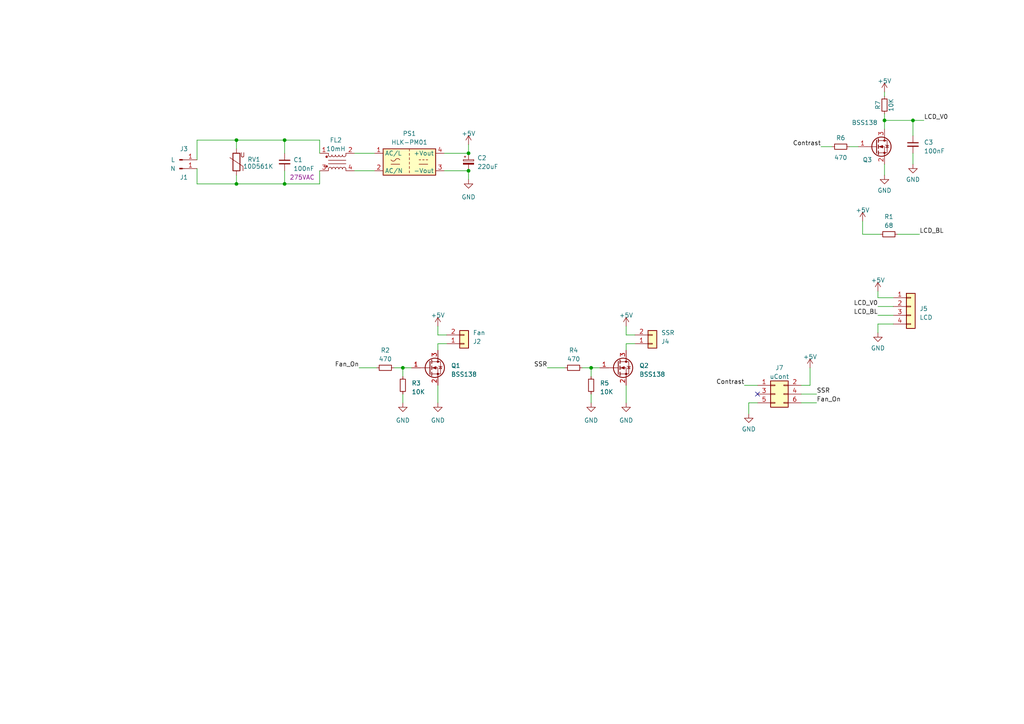
<source format=kicad_sch>
(kicad_sch (version 20230121) (generator eeschema)
  (paper "A4")
  (title_block (title "Solder Plate - Power Board") (rev "A") (comment 1 "TiZed"))
  (lib_symbols
    (symbol "Connector:Conn_01x01_Pin" (pin_names (offset 1.016) hide)
      (property "Reference" "J" (at 0 2.54 0))
      (property "Value" "Conn_01x01_Pin" (at 0 -2.54 0))
      (symbol "Conn_01x01_Pin_1_1"
        (polyline (pts (xy 1.27 0) (xy 0.8636 0)) (stroke (width 0.1524)))
        (rectangle (start 0.8636 0.127) (end 0 -0.127) (stroke (width 0.1524)) (fill (type outline)))
        (pin passive line (at 5.08 0 180) (length 3.81) (name "Pin_1") (number "1"))
      )
    )
    (symbol "Connector_Generic:Conn_01x02" (pin_names (offset 1.016) hide)
      (property "Reference" "J" (at 0 2.54 0))
      (property "Value" "Conn_01x02" (at 0 -5.08 0))
      (symbol "Conn_01x02_1_1"
        (rectangle (start -1.27 -2.413) (end 0 -2.667) (stroke (width 0.1524)))
        (rectangle (start -1.27 0.127) (end 0 -0.127) (stroke (width 0.1524)))
        (rectangle (start -1.27 1.27) (end 1.27 -3.81) (stroke (width 0.254)) (fill (type background)))
        (pin passive line (at -5.08 0 0) (length 3.81) (name "Pin_1") (number "1"))
        (pin passive line (at -5.08 -2.54 0) (length 3.81) (name "Pin_2") (number "2"))
      )
    )
    (symbol "Connector_Generic:Conn_01x04" (pin_names (offset 1.016) hide)
      (property "Reference" "J" (at 0 5.08 0))
      (property "Value" "Conn_01x04" (at 0 -7.62 0))
      (symbol "Conn_01x04_1_1"
        (rectangle (start -1.27 -4.953) (end 0 -5.207) (stroke (width 0.1524)))
        (rectangle (start -1.27 -2.413) (end 0 -2.667) (stroke (width 0.1524)))
        (rectangle (start -1.27 0.127) (end 0 -0.127) (stroke (width 0.1524)))
        (rectangle (start -1.27 2.667) (end 0 2.413) (stroke (width 0.1524)))
        (rectangle (start -1.27 3.81) (end 1.27 -6.35) (stroke (width 0.254)) (fill (type background)))
        (pin passive line (at -5.08 2.54 0) (length 3.81) (name "Pin_1") (number "1"))
        (pin passive line (at -5.08 0 0) (length 3.81) (name "Pin_2") (number "2"))
        (pin passive line (at -5.08 -2.54 0) (length 3.81) (name "Pin_3") (number "3"))
        (pin passive line (at -5.08 -5.08 0) (length 3.81) (name "Pin_4") (number "4"))
      )
    )
    (symbol "Connector_Generic:Conn_02x03_Odd_Even" (pin_names (offset 1.016) hide)
      (property "Reference" "J" (at 1.27 5.08 0))
      (property "Value" "Conn_02x03_Odd_Even" (at 1.27 -5.08 0))
      (symbol "Conn_02x03_Odd_Even_1_1"
        (rectangle (start -1.27 -2.413) (end 0 -2.667) (stroke (width 0.1524)))
        (rectangle (start -1.27 0.127) (end 0 -0.127) (stroke (width 0.1524)))
        (rectangle (start -1.27 2.667) (end 0 2.413) (stroke (width 0.1524)))
        (rectangle (start -1.27 3.81) (end 3.81 -3.81) (stroke (width 0.254)) (fill (type background)))
        (rectangle (start 3.81 -2.413) (end 2.54 -2.667) (stroke (width 0.1524)))
        (rectangle (start 3.81 0.127) (end 2.54 -0.127) (stroke (width 0.1524)))
        (rectangle (start 3.81 2.667) (end 2.54 2.413) (stroke (width 0.1524)))
        (pin passive line (at -5.08 2.54 0) (length 3.81) (name "Pin_1") (number "1"))
        (pin passive line (at 7.62 2.54 180) (length 3.81) (name "Pin_2") (number "2"))
        (pin passive line (at -5.08 0 0) (length 3.81) (name "Pin_3") (number "3"))
        (pin passive line (at 7.62 0 180) (length 3.81) (name "Pin_4") (number "4"))
        (pin passive line (at -5.08 -2.54 0) (length 3.81) (name "Pin_5") (number "5"))
        (pin passive line (at 7.62 -2.54 180) (length 3.81) (name "Pin_6") (number "6"))
      )
    )
    (symbol "Converter_ACDC:HLK-PM01"
      (property "Reference" "PS" (at 0 5.08 0))
      (property "Value" "HLK-PM01" (at 0 -5.08 0))
      (symbol "HLK-PM01_0_1"
        (rectangle (start -7.62 3.81) (end 7.62 -3.81) (stroke (width 0.254)) (fill (type background)))
        (arc (start -5.334 0.635) (mid -4.699 0.2495) (end -4.064 0.635))
        (arc (start -2.794 0.635) (mid -3.429 1.0072) (end -4.064 0.635))
        (polyline (pts (xy -5.334 -0.635) (xy -2.794 -0.635)))
        (polyline (pts (xy 0 -2.54) (xy 0 -3.175)))
        (polyline (pts (xy 0 -1.27) (xy 0 -1.905)))
        (polyline (pts (xy 0 0) (xy 0 -0.635)))
        (polyline (pts (xy 0 1.27) (xy 0 0.635)))
        (polyline (pts (xy 0 2.54) (xy 0 1.905)))
        (polyline (pts (xy 0 3.81) (xy 0 3.175)))
        (polyline (pts (xy 2.794 -0.635) (xy 5.334 -0.635)))
        (polyline (pts (xy 2.794 0.635) (xy 3.302 0.635)))
        (polyline (pts (xy 3.81 0.635) (xy 4.318 0.635)))
        (polyline (pts (xy 4.826 0.635) (xy 5.334 0.635)))
      )
      (symbol "HLK-PM01_1_1"
        (pin power_in line (at -10.16 2.54 0) (length 2.54) (name "AC/L") (number "1"))
        (pin power_in line (at -10.16 -2.54 0) (length 2.54) (name "AC/N") (number "2"))
        (pin power_out line (at 10.16 -2.54 180) (length 2.54) (name "-Vout") (number "3"))
        (pin power_out line (at 10.16 2.54 180) (length 2.54) (name "+Vout") (number "4"))
      )
    )
    (symbol "Device:C_Polarized_Small" (pin_numbers hide) (pin_names (offset 0.254) hide)
      (property "Reference" "C" (at 0.254 1.778 0))
      (property "Value" "C_Polarized_Small" (at 0.254 -2.032 0))
      (symbol "C_Polarized_Small_0_1"
        (rectangle (start -1.524 -0.3048) (end 1.524 -0.6858) (fill (type outline)))
        (rectangle (start -1.524 0.6858) (end 1.524 0.3048))
        (polyline (pts (xy -1.27 1.524) (xy -0.762 1.524)))
        (polyline (pts (xy -1.016 1.27) (xy -1.016 1.778)))
      )
      (symbol "C_Polarized_Small_1_1"
        (pin passive line (at 0 2.54 270) (length 1.8542) (name "~") (number "1"))
        (pin passive line (at 0 -2.54 90) (length 1.8542) (name "~") (number "2"))
      )
    )
    (symbol "Device:C_Small" (pin_numbers hide) (pin_names (offset 0.254) hide)
      (property "Reference" "C" (at 0.254 1.778 0))
      (property "Value" "C_Small" (at 0.254 -2.032 0))
      (symbol "C_Small_0_1"
        (polyline (pts (xy -1.524 -0.508) (xy 1.524 -0.508)) (stroke (width 0.3302)))
        (polyline (pts (xy -1.524 0.508) (xy 1.524 0.508)) (stroke (width 0.3048)))
      )
      (symbol "C_Small_1_1"
        (pin passive line (at 0 2.54 270) (length 2.032) (name "~") (number "1"))
        (pin passive line (at 0 -2.54 90) (length 2.032) (name "~") (number "2"))
      )
    )
    (symbol "Device:Filter_EMI_CommonMode" (pin_names (offset 0.254) hide)
      (property "Reference" "FL" (at 0 4.445 0))
      (property "Value" "Filter_EMI_CommonMode" (at 0 -4.445 0))
      (symbol "Filter_EMI_CommonMode_0_1"
        (circle (center -3.048 -1.27) (radius 0.254) (fill (type outline)))
        (circle (center -3.048 1.524) (radius 0.254) (fill (type outline)))
        (arc (start -2.54 2.032) (mid -2.032 1.5262) (end -1.524 2.032))
        (arc (start -1.524 -2.032) (mid -2.032 -1.5262) (end -2.54 -2.032))
        (arc (start -1.524 2.032) (mid -1.016 1.5262) (end -0.508 2.032))
        (arc (start -0.508 -2.032) (mid -1.016 -1.5262) (end -1.524 -2.032))
        (arc (start -0.508 2.032) (mid 0 1.5262) (end 0.508 2.032))
        (polyline (pts (xy -2.54 -2.032) (xy -2.54 -2.54)))
        (polyline (pts (xy -2.54 0.508) (xy 2.54 0.508)))
        (polyline (pts (xy -2.54 2.032) (xy -2.54 2.54)))
        (polyline (pts (xy 2.54 -2.032) (xy 2.54 -2.54)))
        (polyline (pts (xy 2.54 -0.508) (xy -2.54 -0.508)))
        (polyline (pts (xy 2.54 2.54) (xy 2.54 2.032)))
        (arc (start 0.508 -2.032) (mid 0 -1.5262) (end -0.508 -2.032))
        (arc (start 0.508 2.032) (mid 1.016 1.5262) (end 1.524 2.032))
        (arc (start 1.524 -2.032) (mid 1.016 -1.5262) (end 0.508 -2.032))
        (arc (start 1.524 2.032) (mid 2.032 1.5262) (end 2.54 2.032))
        (arc (start 2.54 -2.032) (mid 2.032 -1.5262) (end 1.524 -2.032))
      )
      (symbol "Filter_EMI_CommonMode_1_1"
        (pin passive line (at -5.08 2.54 0) (length 2.54) (name "1") (number "1"))
        (pin passive line (at 5.08 2.54 180) (length 2.54) (name "2") (number "2"))
        (pin passive line (at -5.08 -2.54 0) (length 2.54) (name "3") (number "3"))
        (pin passive line (at 5.08 -2.54 180) (length 2.54) (name "4") (number "4"))
      )
    )
    (symbol "Device:R_Small" (pin_numbers hide) (pin_names (offset 0.254) hide)
      (property "Reference" "R" (at 0.762 0.508 0))
      (property "Value" "R_Small" (at 0.762 -1.016 0))
      (symbol "R_Small_0_1"
        (rectangle (start -0.762 1.778) (end 0.762 -1.778) (stroke (width 0.2032)))
      )
      (symbol "R_Small_1_1"
        (pin passive line (at 0 2.54 270) (length 0.762) (name "~") (number "1"))
        (pin passive line (at 0 -2.54 90) (length 0.762) (name "~") (number "2"))
      )
    )
    (symbol "Device:Varistor" (pin_numbers hide) (pin_names (offset 0))
      (property "Reference" "RV" (at 3.175 0 90))
      (property "Value" "Varistor" (at -3.175 0 90))
      (symbol "Varistor_0_0"
        (text "U" (at -1.778 -2.032 0) (effects (font (size 1.27 1.27))))
      )
      (symbol "Varistor_0_1"
        (rectangle (start -1.016 -2.54) (end 1.016 2.54) (stroke (width 0.254)))
        (polyline (pts (xy -1.905 2.54) (xy -1.905 1.27) (xy 1.905 -1.27)))
      )
      (symbol "Varistor_1_1"
        (pin passive line (at 0 3.81 270) (length 1.27) (name "~") (number "1"))
        (pin passive line (at 0 -3.81 90) (length 1.27) (name "~") (number "2"))
      )
    )
    (symbol "Transistor_FET:BSS138" (pin_names hide)
      (property "Reference" "Q" (at 5.08 1.905 0))
      (property "Value" "BSS138" (at 5.08 0 0))
      (symbol "BSS138_0_1"
        (polyline (pts (xy 0.254 0) (xy -2.54 0)))
        (polyline (pts (xy 0.254 1.905) (xy 0.254 -1.905)) (stroke (width 0.254)))
        (polyline (pts (xy 0.762 -1.27) (xy 0.762 -2.286)) (stroke (width 0.254)))
        (polyline (pts (xy 0.762 0.508) (xy 0.762 -0.508)) (stroke (width 0.254)))
        (polyline (pts (xy 0.762 2.286) (xy 0.762 1.27)) (stroke (width 0.254)))
        (polyline (pts (xy 2.54 2.54) (xy 2.54 1.778)))
        (polyline (pts (xy 2.54 -2.54) (xy 2.54 0) (xy 0.762 0)))
        (polyline (pts (xy 0.762 -1.778) (xy 3.302 -1.778) (xy 3.302 1.778) (xy 0.762 1.778)))
        (polyline (pts (xy 1.016 0) (xy 2.032 0.381) (xy 2.032 -0.381) (xy 1.016 0)) (fill (type outline)))
        (polyline (pts (xy 2.794 0.508) (xy 2.921 0.381) (xy 3.683 0.381) (xy 3.81 0.254)))
        (polyline (pts (xy 3.302 0.381) (xy 2.921 -0.254) (xy 3.683 -0.254) (xy 3.302 0.381)))
        (circle (center 1.651 0) (radius 2.794) (stroke (width 0.254)))
        (circle (center 2.54 -1.778) (radius 0.254) (fill (type outline)))
        (circle (center 2.54 1.778) (radius 0.254) (fill (type outline)))
      )
      (symbol "BSS138_1_1"
        (pin input line (at -5.08 0 0) (length 2.54) (name "G") (number "1"))
        (pin passive line (at 2.54 -5.08 90) (length 2.54) (name "S") (number "2"))
        (pin passive line (at 2.54 5.08 270) (length 2.54) (name "D") (number "3"))
      )
    )
    (symbol "power:+5V" (power) (pin_names (offset 0))
      (property "Value" "+5V" (at 0 3.556 0))
      (symbol "+5V_0_1"
        (polyline (pts (xy -0.762 1.27) (xy 0 2.54)))
        (polyline (pts (xy 0 0) (xy 0 2.54)))
        (polyline (pts (xy 0 2.54) (xy 0.762 1.27)))
      )
      (symbol "+5V_1_1"
        (pin power_in line (at 0 0 90) (length 0) hide (name "+5V") (number "1"))
      )
    )
    (symbol "power:GND" (power) (pin_names (offset 0))
      (property "Value" "GND" (at 0 -3.81 0))
      (symbol "GND_0_1"
        (polyline (pts (xy 0 0) (xy 0 -1.27) (xy 1.27 -1.27) (xy 0 -2.54) (xy -1.27 -1.27) (xy 0 -1.27)))
      )
      (symbol "GND_1_1"
        (pin power_in line (at 0 0 270) (length 0) hide (name "GND") (number "1"))
      )
    )
  )
  (junction (at 264.795 34.925))
  (junction (at 135.89 49.53))
  (junction (at 68.58 40.64))
  (junction (at 171.45 106.68))
  (junction (at 256.54 34.925))
  (junction (at 82.55 40.64))
  (junction (at 135.89 44.45))
  (junction (at 82.55 53.34))
  (junction (at 116.84 106.68))
  (junction (at 68.58 53.34))
  (no_connect (at 219.71 114.3))
  (wire (pts (xy 168.91 106.68) (xy 171.45 106.68)))
  (wire (pts (xy 181.61 94.615) (xy 181.61 97.155)))
  (wire (pts (xy 256.54 33.02) (xy 256.54 34.925)))
  (wire (pts (xy 254.635 86.36) (xy 259.08 86.36)))
  (wire (pts (xy 127 111.76) (xy 127 116.84)))
  (wire (pts (xy 127 97.155) (xy 129.54 97.155)))
  (wire (pts (xy 181.61 101.6) (xy 181.61 99.695)))
  (wire (pts (xy 82.55 49.53) (xy 82.55 53.34)))
  (wire (pts (xy 116.84 114.3) (xy 116.84 116.84)))
  (wire (pts (xy 181.61 111.76) (xy 181.61 116.84)))
  (wire (pts (xy 57.15 46.355) (xy 57.15 40.64)))
  (wire (pts (xy 127 94.615) (xy 127 97.155)))
  (wire (pts (xy 135.89 41.91) (xy 135.89 44.45)))
  (wire (pts (xy 238.125 42.545) (xy 241.3 42.545)))
  (wire (pts (xy 256.54 34.925) (xy 256.54 37.465)))
  (wire (pts (xy 114.3 106.68) (xy 116.84 106.68)))
  (wire (pts (xy 217.17 116.84) (xy 217.17 120.015)))
  (wire (pts (xy 256.54 26.67) (xy 256.54 27.94)))
  (wire (pts (xy 57.15 48.895) (xy 57.15 53.34)))
  (wire (pts (xy 232.41 114.3) (xy 236.855 114.3)))
  (wire (pts (xy 68.58 53.34) (xy 57.15 53.34)))
  (wire (pts (xy 256.54 34.925) (xy 264.795 34.925)))
  (wire (pts (xy 260.35 67.945) (xy 266.7 67.945)))
  (wire (pts (xy 215.9 111.76) (xy 219.71 111.76)))
  (wire (pts (xy 68.58 40.64) (xy 68.58 43.18)))
  (wire (pts (xy 135.89 49.53) (xy 135.89 52.07)))
  (wire (pts (xy 267.97 34.925) (xy 264.795 34.925)))
  (wire (pts (xy 254.635 84.455) (xy 254.635 86.36)))
  (wire (pts (xy 246.38 42.545) (xy 248.92 42.545)))
  (wire (pts (xy 102.87 44.45) (xy 108.585 44.45)))
  (wire (pts (xy 104.14 106.68) (xy 109.22 106.68)))
  (wire (pts (xy 171.45 106.68) (xy 173.99 106.68)))
  (wire (pts (xy 254.635 91.44) (xy 259.08 91.44)))
  (wire (pts (xy 234.95 111.76) (xy 234.95 106.68)))
  (wire (pts (xy 116.84 106.68) (xy 119.38 106.68)))
  (wire (pts (xy 128.905 49.53) (xy 135.89 49.53)))
  (wire (pts (xy 158.75 106.68) (xy 163.83 106.68)))
  (wire (pts (xy 102.87 49.53) (xy 108.585 49.53)))
  (wire (pts (xy 254.635 93.98) (xy 254.635 96.52)))
  (wire (pts (xy 232.41 111.76) (xy 234.95 111.76)))
  (wire (pts (xy 219.71 116.84) (xy 217.17 116.84)))
  (wire (pts (xy 259.08 93.98) (xy 254.635 93.98)))
  (wire (pts (xy 68.58 50.8) (xy 68.58 53.34)))
  (wire (pts (xy 256.54 47.625) (xy 256.54 50.8)))
  (wire (pts (xy 181.61 97.155) (xy 184.15 97.155)))
  (wire (pts (xy 57.15 40.64) (xy 68.58 40.64)))
  (wire (pts (xy 82.55 40.64) (xy 92.71 40.64)))
  (wire (pts (xy 92.71 53.34) (xy 82.55 53.34)))
  (wire (pts (xy 171.45 106.68) (xy 171.45 109.22)))
  (wire (pts (xy 68.58 40.64) (xy 82.55 40.64)))
  (wire (pts (xy 82.55 53.34) (xy 68.58 53.34)))
  (wire (pts (xy 128.905 44.45) (xy 135.89 44.45)))
  (wire (pts (xy 116.84 106.68) (xy 116.84 109.22)))
  (wire (pts (xy 127 99.695) (xy 129.54 99.695)))
  (wire (pts (xy 232.41 116.84) (xy 236.855 116.84)))
  (wire (pts (xy 264.795 44.45) (xy 264.795 47.625)))
  (wire (pts (xy 254.635 88.9) (xy 259.08 88.9)))
  (wire (pts (xy 264.795 34.925) (xy 264.795 39.37)))
  (wire (pts (xy 171.45 114.3) (xy 171.45 116.84)))
  (wire (pts (xy 250.19 67.945) (xy 255.27 67.945)))
  (wire (pts (xy 92.71 49.53) (xy 92.71 53.34)))
  (wire (pts (xy 127 101.6) (xy 127 99.695)))
  (wire (pts (xy 82.55 40.64) (xy 82.55 44.45)))
  (wire (pts (xy 92.71 40.64) (xy 92.71 44.45)))
  (wire (pts (xy 250.19 64.135) (xy 250.19 67.945)))
  (wire (pts (xy 181.61 99.695) (xy 184.15 99.695)))
  (label "SSR" (at 236.855 114.3 0))
  (label "Fan_On" (at 104.14 106.68 180))
  (label "Contrast" (at 238.125 42.545 180))
  (label "LCD_V0" (at 267.97 34.925 0))
  (label "Contrast" (at 215.9 111.76 180))
  (label "LCD_V0" (at 254.635 88.9 180))
  (label "LCD_BL" (at 254.635 91.44 180))
  (label "Fan_On" (at 236.855 116.84 0))
  (label "SSR" (at 158.75 106.68 180))
  (label "LCD_BL" (at 266.7 67.945 0))
  (symbol (lib_id "Device:R_Small") (at 257.81 67.945 90) (unit 1)
    (property "Reference" "R1" (at 257.81 62.865 90))
    (property "Value" "68" (at 257.81 65.405 90))
    (property "Footprint" "Resistor_SMD:R_0603_1608Metric" (effects hide))
  )
  (symbol (lib_id "Device:R_Small") (at 116.84 111.76 180) (unit 1)
    (property "Reference" "R3" (at 119.38 111.125 0) (effects (justify right)))
    (property "Value" "10K" (at 119.38 113.665 0) (effects (justify right)))
    (property "Footprint" "Resistor_SMD:R_0603_1608Metric" (effects hide))
  )
  (symbol (lib_id "Device:R_Small") (at 111.76 106.68 90) (unit 1)
    (property "Reference" "R2" (at 111.76 101.6 90))
    (property "Value" "470" (at 111.76 104.14 90))
    (property "Footprint" "Resistor_SMD:R_0603_1608Metric" (effects hide))
  )
  (symbol (lib_id "Device:R_Small") (at 243.84 42.545 90) (unit 1)
    (property "Reference" "R6" (at 243.84 40.005 90))
    (property "Value" "470" (at 243.84 45.72 90))
    (property "Footprint" "Resistor_SMD:R_0603_1608Metric" (effects hide))
  )
  (symbol (lib_id "power:GND") (at 171.45 116.84 0) (unit 1)
    (property "Reference" "#PWR07" (effects hide))
    (property "Value" "GND" (at 171.45 121.92 0))
  )
  (symbol (lib_id "Connector_Generic:Conn_01x02") (at 189.23 99.695 0) (mirror x) (unit 1)
    (property "Reference" "J4" (at 191.77 99.06 0) (effects (justify left)))
    (property "Value" "SSR" (at 191.77 96.52 0) (effects (justify left)))
    (property "Footprint" "Connector_JST:JST_XH_B2B-XH-A_1x02_P2.50mm_Vertical" (effects hide))
  )
  (symbol (lib_id "Converter_ACDC:HLK-PM01") (at 118.745 46.99 0) (unit 1)
    (property "Reference" "PS1" (at 118.745 38.735 0))
    (property "Value" "HLK-PM01" (at 118.745 41.275 0))
    (property "Footprint" "Converter_ACDC:Converter_ACDC_HiLink_HLK-PMxx" (effects hide))
    (property "Datasheet" "http://www.hlktech.net/product_detail.php?ProId=54" (effects hide))
  )
  (symbol (lib_id "power:+5V") (at 135.89 41.91 0) (unit 1)
    (property "Reference" "#PWR02" (effects hide))
    (property "Value" "+5V" (at 135.89 38.735 0))
  )
  (symbol (lib_id "Device:C_Small") (at 82.55 46.99 0) (unit 1)
    (property "Reference" "C1" (at 85.09 46.3613 0) (effects (justify left)))
    (property "Value" "100nF" (at 85.09 48.9013 0) (effects (justify left)))
    (property "Footprint" "Capacitor_THT:C_Rect_L13.0mm_W6.0mm_P10.00mm_FKS3_FKP3_MKS4" (effects hide))
    (property "Voltage" "275VAC" (at 87.63 51.435 0))
  )
  (symbol (lib_id "power:+5V") (at 234.95 106.68 0) (unit 1)
    (property "Reference" "#PWR015" (effects hide))
    (property "Value" "+5V" (at 234.95 103.505 0))
  )
  (symbol (lib_id "power:GND") (at 254.635 96.52 0) (unit 1)
    (property "Reference" "#PWR014" (effects hide))
    (property "Value" "GND" (at 254.635 100.965 0))
  )
  (symbol (lib_id "power:+5V") (at 250.19 64.135 0) (unit 1)
    (property "Reference" "#PWR04" (effects hide))
    (property "Value" "+5V" (at 250.19 60.96 0))
  )
  (symbol (lib_id "Device:Filter_EMI_CommonMode") (at 97.79 46.99 0) (unit 1)
    (property "Reference" "FL2" (at 97.409 40.64 0))
    (property "Value" "10mH" (at 97.409 43.18 0))
    (property "Footprint" "Inductor_THT:L_CommonMode_PROD_PDUUAT98_L17mm_W12mm_Px7mm_Py8mm" (effects hide))
  )
  (symbol (lib_id "Transistor_FET:BSS138") (at 254 42.545 0) (unit 1)
    (property "Reference" "Q3" (at 250.19 46.355 0) (effects (justify left)))
    (property "Value" "BSS138" (at 247.015 35.56 0) (effects (justify left)))
    (property "Footprint" "Package_TO_SOT_SMD:SOT-23" (effects hide))
    (property "Datasheet" "https://www.onsemi.com/pub/Collateral/BSS138-D.PDF" (effects hide))
  )
  (symbol (lib_id "power:+5V") (at 181.61 94.615 0) (unit 1)
    (property "Reference" "#PWR08" (effects hide))
    (property "Value" "+5V" (at 181.61 91.44 0))
  )
  (symbol (lib_id "Connector:Conn_01x01_Pin") (at 52.07 46.355 0) (unit 1)
    (property "Reference" "J3" (at 53.34 43.18 0))
    (property "Value" "L" (at 50.165 46.355 0))
    (property "Footprint" "TestPoint:TestPoint_Bridge_Pitch5.08mm_Drill1.3mm" (effects hide))
  )
  (symbol (lib_id "power:GND") (at 256.54 50.8 0) (unit 1)
    (property "Reference" "#PWR011" (effects hide))
    (property "Value" "GND" (at 256.54 55.245 0))
  )
  (symbol (lib_id "Device:R_Small") (at 166.37 106.68 90) (unit 1)
    (property "Reference" "R4" (at 166.37 101.6 90))
    (property "Value" "470" (at 166.37 104.14 90))
    (property "Footprint" "Resistor_SMD:R_0603_1608Metric" (effects hide))
  )
  (symbol (lib_id "Connector_Generic:Conn_01x04") (at 264.16 88.9 0) (unit 1)
    (property "Reference" "J5" (at 266.7 89.535 0) (effects (justify left)))
    (property "Value" "LCD" (at 266.7 92.075 0) (effects (justify left)))
    (property "Footprint" "Connector_PinHeader_2.54mm:PinHeader_1x04_P2.54mm_Vertical" (effects hide))
  )
  (symbol (lib_id "Device:Varistor") (at 68.58 46.99 180) (unit 1)
    (property "Reference" "RV1" (at 71.755 46.2557 0) (effects (justify right)))
    (property "Value" "10D561K" (at 70.485 48.26 0) (effects (justify right)))
    (property "Footprint" "Varistor:RV_Disc_D12mm_W6.7mm_P7.5mm" (effects hide))
  )
  (symbol (lib_id "Device:C_Small") (at 264.795 41.91 0) (unit 1)
    (property "Reference" "C3" (at 267.97 41.2813 0) (effects (justify left)))
    (property "Value" "100nF" (at 267.97 43.8213 0) (effects (justify left)))
    (property "Footprint" "Capacitor_SMD:C_0603_1608Metric" (effects hide))
  )
  (symbol (lib_id "Connector_Generic:Conn_01x02") (at 134.62 99.695 0) (mirror x) (unit 1)
    (property "Reference" "J2" (at 137.16 99.06 0) (effects (justify left)))
    (property "Value" "Fan" (at 137.16 96.52 0) (effects (justify left)))
    (property "Footprint" "Connector_JST:JST_XH_B2B-XH-A_1x02_P2.50mm_Vertical" (effects hide))
  )
  (symbol (lib_id "power:GND") (at 135.89 52.07 0) (unit 1)
    (property "Reference" "#PWR01" (effects hide))
    (property "Value" "GND" (at 135.89 57.15 0))
  )
  (symbol (lib_id "power:GND") (at 127 116.84 0) (unit 1)
    (property "Reference" "#PWR03" (effects hide))
    (property "Value" "GND" (at 127 121.92 0))
  )
  (symbol (lib_id "Device:R_Small") (at 256.54 30.48 180) (unit 1)
    (property "Reference" "R7" (at 254.635 30.48 90))
    (property "Value" "10K" (at 258.445 30.48 90))
    (property "Footprint" "Resistor_SMD:R_0603_1608Metric" (effects hide))
  )
  (symbol (lib_id "Transistor_FET:BSS138") (at 124.46 106.68 0) (unit 1)
    (property "Reference" "Q1" (at 130.81 106.045 0) (effects (justify left)))
    (property "Value" "BSS138" (at 130.81 108.585 0) (effects (justify left)))
    (property "Footprint" "Package_TO_SOT_SMD:SOT-23" (effects hide))
    (property "Datasheet" "https://www.onsemi.com/pub/Collateral/BSS138-D.PDF" (effects hide))
  )
  (symbol (lib_id "power:+5V") (at 256.54 26.67 0) (unit 1)
    (property "Reference" "#PWR010" (effects hide))
    (property "Value" "+5V" (at 256.54 23.495 0))
  )
  (symbol (lib_id "Connector:Conn_01x01_Pin") (at 52.07 48.895 0) (unit 1)
    (property "Reference" "J1" (at 53.34 51.435 0))
    (property "Value" "N" (at 50.165 48.895 0))
    (property "Footprint" "TestPoint:TestPoint_Bridge_Pitch5.08mm_Drill1.3mm" (effects hide))
  )
  (symbol (lib_id "power:GND") (at 116.84 116.84 0) (unit 1)
    (property "Reference" "#PWR06" (effects hide))
    (property "Value" "GND" (at 116.84 121.92 0))
  )
  (symbol (lib_id "power:+5V") (at 127 94.615 0) (unit 1)
    (property "Reference" "#PWR05" (effects hide))
    (property "Value" "+5V" (at 127 91.44 0))
  )
  (symbol (lib_id "power:GND") (at 217.17 120.015 0) (unit 1)
    (property "Reference" "#PWR016" (effects hide))
    (property "Value" "GND" (at 217.17 124.46 0))
  )
  (symbol (lib_id "Transistor_FET:BSS138") (at 179.07 106.68 0) (unit 1)
    (property "Reference" "Q2" (at 185.42 106.045 0) (effects (justify left)))
    (property "Value" "BSS138" (at 185.42 108.585 0) (effects (justify left)))
    (property "Footprint" "Package_TO_SOT_SMD:SOT-23" (effects hide))
    (property "Datasheet" "https://www.onsemi.com/pub/Collateral/BSS138-D.PDF" (effects hide))
  )
  (symbol (lib_id "Device:R_Small") (at 171.45 111.76 180) (unit 1)
    (property "Reference" "R5" (at 173.99 111.125 0) (effects (justify right)))
    (property "Value" "10K" (at 173.99 113.665 0) (effects (justify right)))
    (property "Footprint" "Resistor_SMD:R_0603_1608Metric" (effects hide))
  )
  (symbol (lib_id "Device:C_Polarized_Small") (at 135.89 46.99 0) (unit 1)
    (property "Reference" "C2" (at 138.43 45.8089 0) (effects (justify left)))
    (property "Value" "220uF" (at 138.43 48.3489 0) (effects (justify left)))
    (property "Footprint" "Capacitor_SMD:CP_Elec_6.3x7.7" (effects hide))
  )
  (symbol (lib_id "power:+5V") (at 254.635 84.455 0) (unit 1)
    (property "Reference" "#PWR013" (effects hide))
    (property "Value" "+5V" (at 254.635 81.28 0))
  )
  (symbol (lib_id "power:GND") (at 181.61 116.84 0) (unit 1)
    (property "Reference" "#PWR09" (effects hide))
    (property "Value" "GND" (at 181.61 121.92 0))
  )
  (symbol (lib_id "Connector_Generic:Conn_02x03_Odd_Even") (at 224.79 114.3 0) (unit 1)
    (property "Reference" "J7" (at 226.06 106.68 0))
    (property "Value" "uCont" (at 226.06 109.22 0))
    (property "Footprint" "Connector_PinHeader_2.54mm:PinHeader_2x03_P2.54mm_Vertical" (effects hide))
  )
  (symbol (lib_id "power:GND") (at 264.795 47.625 0) (unit 1)
    (property "Reference" "#PWR012" (effects hide))
    (property "Value" "GND" (at 264.795 52.07 0))
  )
)
</source>
